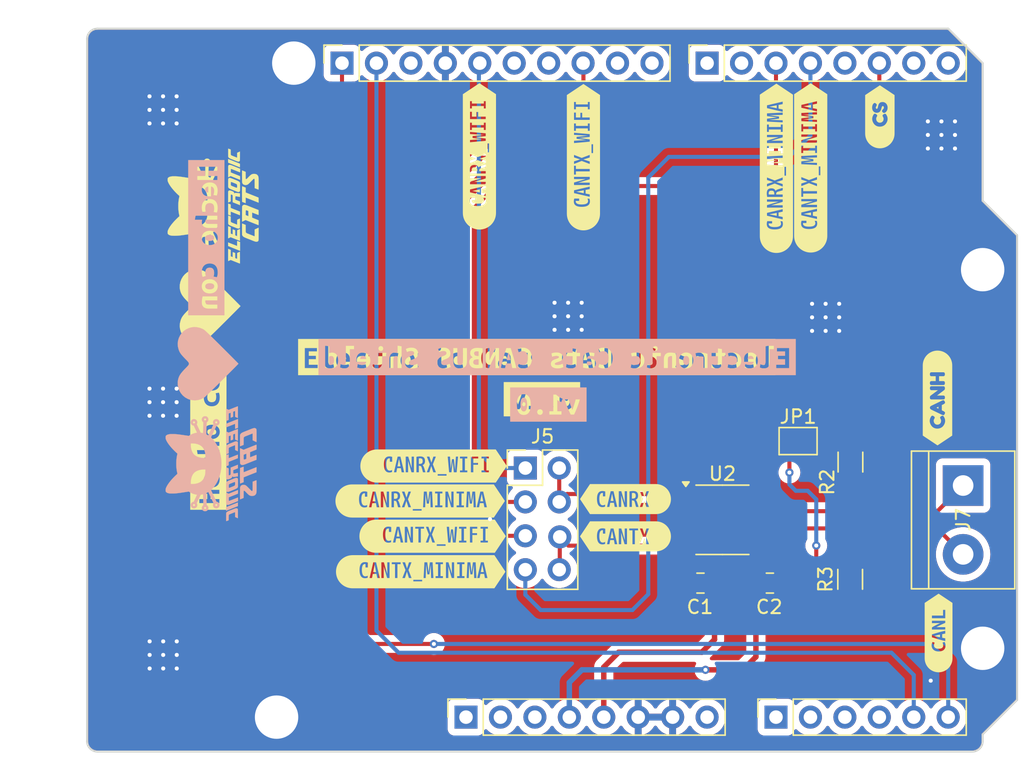
<source format=kicad_pcb>
(kicad_pcb (version 20240108) (generator "pcbnew") (generator_version "8.0")
  (title_block (date "mar. 31 mars 2015"))
  (layers (0 "F.Cu" signal) (31 "B.Cu" signal) (34 "B.Paste" user) (35 "F.Paste" user) (36 "B.SilkS" user "B.Silkscreen") (37 "F.SilkS" user "F.Silkscreen") (38 "B.Mask" user) (39 "F.Mask" user) (44 "Edge.Cuts" user))
  (net 0 "")
  (net 1 "GND")
  (net 3 "+5V")
  (net 4 "/IOREF")
  (net 5 "/A0")
  (net 6 "/A1")
  (net 7 "/A2")
  (net 8 "/A3")
  (net 9 "/SDA{slash}A4")
  (net 10 "/SCL{slash}A5")
  (net 11 "/CRX0_WIFI")
  (net 12 "/12")
  (net 13 "/AREF")
  (net 14 "/8")
  (net 15 "/7")
  (net 16 "/*11")
  (net 17 "/CTX0_WIFI")
  (net 18 "/*9")
  (net 19 "/CTX0_MINIMA")
  (net 20 "/2")
  (net 21 "/*6")
  (net 22 "/CRX0_MINIMA")
  (net 23 "/TX{slash}1")
  (net 24 "/*3")
  (net 25 "/RX{slash}0")
  (net 26 "+3V3")
  (net 27 "VCC")
  (net 28 "/~{RESET}")
  (net 29 "Net-(J5-Pin_5)")
  (net 30 "Net-(J7-Pin_1)")
  (net 31 "Net-(J7-Pin_2)")
  (net 32 "Net-(JP1-A)")
  (net 33 "Net-(JP1-B)")
  (net 34 "Net-(J5-Pin_7)")
  (footprint "Connector_PinSocket_2.54mm:PinSocket_1x08_P2.54mm_Vertical" (layer "F.Cu") (at 127.94 97.46 90)
    (property "Reference" "J1" (hide yes))
    (property "Value" "Power")
    (pad "1" thru_hole rect (at 0 0 90) (size 1.7 1.7) (drill 1) (layers "*.Cu" "*.Mask"))
    (pad "2" thru_hole oval (at 0 2.54 90) (size 1.7 1.7) (drill 1) (layers "*.Cu" "*.Mask") (net 4 "/IOREF"))
    (pad "3" thru_hole oval (at 0 5.08 90) (size 1.7 1.7) (drill 1) (layers "*.Cu" "*.Mask") (net 28 "/~{RESET}"))
    (pad "4" thru_hole oval (at 0 7.62 90) (size 1.7 1.7) (drill 1) (layers "*.Cu" "*.Mask") (net 26 "+3V3"))
    (pad "5" thru_hole oval (at 0 10.16 90) (size 1.7 1.7) (drill 1) (layers "*.Cu" "*.Mask") (net 3 "+5V"))
    (pad "6" thru_hole oval (at 0 12.7 90) (size 1.7 1.7) (drill 1) (layers "*.Cu" "*.Mask") (net 1 "GND"))
    (pad "7" thru_hole oval (at 0 15.24 90) (size 1.7 1.7) (drill 1) (layers "*.Cu" "*.Mask") (net 1 "GND"))
    (pad "8" thru_hole oval (at 0 17.78 90) (size 1.7 1.7) (drill 1) (layers "*.Cu" "*.Mask") (net 27 "VCC"))
  )
  (footprint "Connector_PinSocket_2.54mm:PinSocket_1x06_P2.54mm_Vertical" (layer "F.Cu") (at 150.8 97.46 90)
    (property "Reference" "J3" (hide yes))
    (property "Value" "Analog")
    (pad "1" thru_hole rect (at 0 0 90) (size 1.7 1.7) (drill 1) (layers "*.Cu" "*.Mask") (net 5 "/A0"))
    (pad "2" thru_hole oval (at 0 2.54 90) (size 1.7 1.7) (drill 1) (layers "*.Cu" "*.Mask") (net 6 "/A1"))
    (pad "3" thru_hole oval (at 0 5.08 90) (size 1.7 1.7) (drill 1) (layers "*.Cu" "*.Mask") (net 7 "/A2"))
    (pad "4" thru_hole oval (at 0 7.62 90) (size 1.7 1.7) (drill 1) (layers "*.Cu" "*.Mask") (net 8 "/A3"))
    (pad "5" thru_hole oval (at 0 10.16 90) (size 1.7 1.7) (drill 1) (layers "*.Cu" "*.Mask") (net 9 "/SDA{slash}A4"))
    (pad "6" thru_hole oval (at 0 12.7 90) (size 1.7 1.7) (drill 1) (layers "*.Cu" "*.Mask") (net 10 "/SCL{slash}A5"))
  )
  (footprint "Connector_PinSocket_2.54mm:PinSocket_1x10_P2.54mm_Vertical" (layer "F.Cu") (at 118.796 49.2 90)
    (property "Reference" "J2" (hide yes))
    (property "Value" "Digital/PWM")
    (pad "1" thru_hole rect (at 0 0 90) (size 1.7 1.7) (drill 1) (layers "*.Cu" "*.Mask") (net 10 "/SCL{slash}A5"))
    (pad "2" thru_hole oval (at 0 2.54 90) (size 1.7 1.7) (drill 1) (layers "*.Cu" "*.Mask") (net 9 "/SDA{slash}A4"))
    (pad "3" thru_hole oval (at 0 5.08 90) (size 1.7 1.7) (drill 1) (layers "*.Cu" "*.Mask") (net 13 "/AREF"))
    (pad "4" thru_hole oval (at 0 7.62 90) (size 1.7 1.7) (drill 1) (layers "*.Cu" "*.Mask") (net 1 "GND"))
    (pad "5" thru_hole oval (at 0 10.16 90) (size 1.7 1.7) (drill 1) (layers "*.Cu" "*.Mask") (net 11 "/CRX0_WIFI"))
    (pad "6" thru_hole oval (at 0 12.7 90) (size 1.7 1.7) (drill 1) (layers "*.Cu" "*.Mask") (net 12 "/12"))
    (pad "7" thru_hole oval (at 0 15.24 90) (size 1.7 1.7) (drill 1) (layers "*.Cu" "*.Mask") (net 16 "/*11"))
    (pad "8" thru_hole oval (at 0 17.78 90) (size 1.7 1.7) (drill 1) (layers "*.Cu" "*.Mask") (net 17 "/CTX0_WIFI"))
    (pad "9" thru_hole oval (at 0 20.32 90) (size 1.7 1.7) (drill 1) (layers "*.Cu" "*.Mask") (net 18 "/*9"))
    (pad "10" thru_hole oval (at 0 22.86 90) (size 1.7 1.7) (drill 1) (layers "*.Cu" "*.Mask") (net 14 "/8"))
  )
  (footprint "Connector_PinSocket_2.54mm:PinSocket_1x08_P2.54mm_Vertical" (layer "F.Cu") (at 145.72 49.2 90)
    (property "Reference" "J4" (hide yes))
    (property "Value" "Digital/PWM")
    (pad "1" thru_hole rect (at 0 0 90) (size 1.7 1.7) (drill 1) (layers "*.Cu" "*.Mask") (net 15 "/7"))
    (pad "2" thru_hole oval (at 0 2.54 90) (size 1.7 1.7) (drill 1) (layers "*.Cu" "*.Mask") (net 21 "/*6"))
    (pad "3" thru_hole oval (at 0 5.08 90) (size 1.7 1.7) (drill 1) (layers "*.Cu" "*.Mask") (net 22 "/CRX0_MINIMA"))
    (pad "4" thru_hole oval (at 0 7.62 90) (size 1.7 1.7) (drill 1) (layers "*.Cu" "*.Mask") (net 19 "/CTX0_MINIMA"))
    (pad "5" thru_hole oval (at 0 10.16 90) (size 1.7 1.7) (drill 1) (layers "*.Cu" "*.Mask") (net 24 "/*3"))
    (pad "6" thru_hole oval (at 0 12.7 90) (size 1.7 1.7) (drill 1) (layers "*.Cu" "*.Mask") (net 20 "/2"))
    (pad "7" thru_hole oval (at 0 15.24 90) (size 1.7 1.7) (drill 1) (layers "*.Cu" "*.Mask") (net 23 "/TX{slash}1"))
    (pad "8" thru_hole oval (at 0 17.78 90) (size 1.7 1.7) (drill 1) (layers "*.Cu" "*.Mask") (net 25 "/RX{slash}0"))
  )
  (footprint "Connector_PinHeader_2.54mm:PinHeader_2x04_P2.54mm_Vertical" (layer "F.Cu") (at 132.315 79.08)
    (property "Reference" "J5" (at 1.27 -2.33 0) (layer "F.SilkS"))
    (property "Value" "~")
    (pad "1" thru_hole rect (at 0 0) (size 1.7 1.7) (drill 1) (layers "*.Cu" "*.Mask") (net 11 "/CRX0_WIFI"))
    (pad "2" thru_hole oval (at 0 2.5) (size 1.7 1.7) (drill 1) (layers "*.Cu" "*.Mask") (net 22 "/CRX0_MINIMA"))
    (pad "3" thru_hole oval (at 0 5) (size 1.7 1.7) (drill 1) (layers "*.Cu" "*.Mask") (net 17 "/CTX0_WIFI"))
    (pad "4" thru_hole oval (at 0 7.5) (size 1.7 1.7) (drill 1) (layers "*.Cu" "*.Mask") (net 19 "/CTX0_MINIMA"))
    (pad "5" thru_hole oval (at 2.5 7.5) (size 1.7 1.7) (drill 1) (layers "*.Cu" "*.Mask") (net 29 "Net-(J5-Pin_5)"))
    (pad "6" thru_hole oval (at 2.54 5.08) (size 1.7 1.7) (drill 1) (layers "*.Cu" "*.Mask") (net 29 "Net-(J5-Pin_5)"))
    (pad "7" thru_hole oval (at 2.5 2.5) (size 1.7 1.7) (drill 1) (layers "*.Cu" "*.Mask") (net 34 "Net-(J5-Pin_7)"))
    (pad "8" thru_hole oval (at 2.5 0) (size 1.7 1.7) (drill 1) (layers "*.Cu" "*.Mask") (net 34 "Net-(J5-Pin_7)"))
  )
  (footprint "Package_SO:SOIC-8_3.9x4.9mm_P1.27mm" (layer "F.Cu") (at 146.85 82.9)
    (property "Reference" "U2" (at 0 -3.4 0) (layer "F.SilkS"))
    (property "Value" "TCAN1051HGV")
    (pad "1" smd roundrect (at -2.475 -1.905) (size 1.95 0.6) (layers "F.Cu" "F.Paste" "F.Mask") (net 34 "Net-(J5-Pin_7)"))
    (pad "2" smd roundrect (at -2.475 -0.635) (size 1.95 0.6) (layers "F.Cu" "F.Paste" "F.Mask") (net 1 "GND"))
    (pad "3" smd roundrect (at -2.475 0.635) (size 1.95 0.6) (layers "F.Cu" "F.Paste" "F.Mask") (net 3 "+5V"))
    (pad "4" smd roundrect (at -2.475 1.905) (size 1.95 0.6) (layers "F.Cu" "F.Paste" "F.Mask") (net 29 "Net-(J5-Pin_5)"))
    (pad "5" smd roundrect (at 2.475 1.905) (size 1.95 0.6) (layers "F.Cu" "F.Paste" "F.Mask") (net 26 "+3V3"))
    (pad "6" smd roundrect (at 2.475 0.635) (size 1.95 0.6) (layers "F.Cu" "F.Paste" "F.Mask") (net 31 "Net-(J7-Pin_2)"))
    (pad "7" smd roundrect (at 2.475 -0.635) (size 1.95 0.6) (layers "F.Cu" "F.Paste" "F.Mask") (net 30 "Net-(J7-Pin_1)"))
    (pad "8" smd roundrect (at 2.475 -1.905) (size 1.95 0.6) (layers "F.Cu" "F.Paste" "F.Mask") (net 20 "/2"))
  )
  (footprint "kibuzzard-66182422" (layer "F.Cu") (at 158.46 53.16 90)
    (property "Reference" "kibuzzard-66182422" (hide yes))
    (property "Value" "G***" (hide yes))
  )
  (footprint "kibuzzard-6618271B" (layer "F.Cu") (at 125.48 84.11)
    (property "Reference" "kibuzzard-6618271B" (hide yes))
    (property "Value" "G***" (hide yes))
  )
  (footprint "Aesthetics:heart" (layer "F.Cu") (at 108.96 71.38 90)
    (property "Reference" "Ref**" (hide yes))
    (property "Value" "Val**" (hide yes))
  )
  (footprint "kibuzzard-66182154" (layer "F.Cu") (at 133.16 70.89)
    (property "Reference" "kibuzzard-66182154" (hide yes))
    (property "Value" "G***" (hide yes))
  )
  (footprint "kibuzzard-66182736" (layer "F.Cu") (at 124.56 81.51)
    (property "Reference" "kibuzzard-66182736" (hide yes))
    (property "Value" "G***" (hide yes))
  )
  (footprint "kibuzzard-661826C2" (layer "F.Cu") (at 139.7 84.12)
    (property "Reference" "kibuzzard-661826C2" (hide yes))
    (property "Value" "G***" (hide yes))
  )
  (footprint "kibuzzard-66182455" (layer "F.Cu") (at 162.79 91.25 90)
    (property "Reference" "kibuzzard-66182455" (hide yes))
    (property "Value" "G***" (hide yes))
  )
  (footprint "kibuzzard-661826AE" (layer "F.Cu") (at 139.7 81.37)
    (property "Reference" "kibuzzard-661826AE" (hide yes))
    (property "Value" "G***" (hide yes))
  )
  (footprint "Resistor_SMD:R_1206_3216Metric_Pad1.30x1.75mm_HandSolder" (layer "F.Cu") (at 156.27 87.29 90)
    (property "Reference" "R3" (at 0 -1.82 90) (layer "F.SilkS"))
    (property "Value" "60")
    (pad "1" smd roundrect (at -1.55 0 90) (size 1.3 1.75) (layers "F.Cu" "F.Paste" "F.Mask") (roundrect_rratio 0.192308) (net 32 "Net-(JP1-A)"))
    (pad "2" smd roundrect (at 1.55 0 90) (size 1.3 1.75) (layers "F.Cu" "F.Paste" "F.Mask") (roundrect_rratio 0.192308) (net 31 "Net-(J7-Pin_2)"))
  )
  (footprint "Arduino_MountingHole:MountingHole_3.2mm" (layer "F.Cu") (at 115.24 49.2)
    (property "Reference" "MH1" (hide yes))
    (property "Value" "MountingHole_3.2mm" (hide yes))
    (pad "" np_thru_hole circle (at 0 0) (size 3.2 3.2) (drill 3.2) (layers "*.Cu" "*.Mask"))
  )
  (footprint "Aesthetics:electronic_cats_logo_8x6" (layer "F.Cu") (at 109.29 59.75 90)
    (property "Reference" "G***" (hide yes))
    (property "Value" "LOGO" (hide yes))
  )
  (footprint "Jumper:SolderJumper-2_P1.3mm_Bridged_Pad1.0x1.5mm" (layer "F.Cu") (at 152.43 77.09)
    (property "Reference" "JP1" (at 0 -1.8 0) (layer "F.SilkS"))
    (property "Value" "SolderJumper_2_Bridged")
    (fp_poly (pts (xy -0.25 -0.3) (xy 0.25 -0.3) (xy 0.25 0.3) (xy -0.25 0.3)) (fill solid) (layer "F.Cu"))
    (pad "1" smd rect (at -0.65 0) (size 1 1.5) (layers "F.Cu" "F.Mask") (net 32 "Net-(JP1-A)"))
    (pad "2" smd rect (at 0.65 0) (size 1 1.5) (layers "F.Cu" "F.Mask") (net 33 "Net-(JP1-B)"))
  )
  (footprint "kibuzzard-6618216B" (layer "F.Cu") (at 133.54 74)
    (property "Reference" "kibuzzard-6618216B" (hide yes))
    (property "Value" "G***" (hide yes))
  )
  (footprint "kibuzzard-66182980" (layer "F.Cu") (at 128.93 56.08 90)
    (property "Reference" "kibuzzard-66182980" (hide yes))
    (property "Value" "G***" (hide yes))
  )
  (footprint "Capacitor_SMD:C_0805_2012Metric_Pad1.18x1.45mm_HandSolder" (layer "F.Cu") (at 145.23 87.57)
    (property "Reference" "C1" (at -0.04 1.76 0) (layer "F.SilkS"))
    (property "Value" "0.1u")
    (pad "1" smd roundrect (at -1.0375 0) (size 1.175 1.45) (layers "F.Cu" "F.Paste" "F.Mask") (roundrect_rratio 0.212766) (net 1 "GND"))
    (pad "2" smd roundrect (at 1.0375 0) (size 1.175 1.45) (layers "F.Cu" "F.Paste" "F.Mask") (roundrect_rratio 0.212766) (net 3 "+5V"))
  )
  (footprint "kibuzzard-661820F9" (layer "F.Cu") (at 108.94 76.43 90)
    (property "Reference" "kibuzzard-661820F9" (hide yes))
    (property "Value" "G***" (hide yes))
  )
  (footprint "Resistor_SMD:R_1206_3216Metric_Pad1.30x1.75mm_HandSolder" (layer "F.Cu") (at 156.29 78.64 90)
    (property "Reference" "R2" (at -1.48 -1.71 90) (layer "F.SilkS"))
    (property "Value" "60")
    (pad "1" smd roundrect (at -1.55 0 90) (size 1.3 1.75) (layers "F.Cu" "F.Paste" "F.Mask") (roundrect_rratio 0.192308) (net 30 "Net-(J7-Pin_1)"))
    (pad "2" smd roundrect (at 1.55 0 90) (size 1.3 1.75) (layers "F.Cu" "F.Paste" "F.Mask") (roundrect_rratio 0.192308) (net 33 "Net-(JP1-B)"))
  )
  (footprint "Capacitor_SMD:C_0805_2012Metric_Pad1.18x1.45mm_HandSolder" (layer "F.Cu") (at 150.35 87.57)
    (property "Reference" "C2" (at -0.05 1.76 0) (layer "F.SilkS"))
    (property "Value" "0.1u")
    (pad "1" smd roundrect (at -1.0375 0) (size 1.175 1.45) (layers "F.Cu" "F.Paste" "F.Mask") (roundrect_rratio 0.212766) (net 26 "+3V3"))
    (pad "2" smd roundrect (at 1.0375 0) (size 1.175 1.45) (layers "F.Cu" "F.Paste" "F.Mask") (roundrect_rratio 0.212766) (net 1 "GND"))
  )
  (footprint "kibuzzard-66182706" (layer "F.Cu") (at 125.55 78.93)
    (property "Reference" "kibuzzard-66182706" (hide yes))
    (property "Value" "G***" (hide yes))
  )
  (footprint "kibuzzard-6618247C" (layer "F.Cu") (at 162.71 73.91 90)
    (property "Reference" "kibuzzard-6618247C" (hide yes))
    (property "Value" "G***" (hide yes))
  )
  (footprint "Arduino_MountingHole:MountingHole_3.2mm" (layer "F.Cu") (at 113.97 97.46)
    (property "Reference" "MH2" (hide yes))
    (property "Value" "MountingHole_3.2mm" (hide yes))
    (pad "" np_thru_hole circle (at 0 0) (size 3.2 3.2) (drill 3.2) (layers "*.Cu" "*.Mask"))
  )
  (footprint "Arduino_MountingHole:MountingHole_3.2mm" (layer "F.Cu") (at 166.04 64.44)
    (property "Reference" "MH3" (hide yes))
    (property "Value" "MountingHole_3.2mm" (hide yes))
    (pad "" np_thru_hole circle (at 0 0) (size 3.2 3.2) (drill 3.2) (layers "*.Cu" "*.Mask"))
  )
  (footprint "kibuzzard-661829B1" (layer "F.Cu") (at 150.83 56.96 90)
    (property "Reference" "kibuzzard-661829B1" (hide yes))
    (property "Value" "G***" (hide yes))
  )
  (footprint "Arduino_MountingHole:MountingHole_3.2mm" (layer "F.Cu") (at 166.04 92.38)
    (property "Reference" "MH4" (hide yes))
    (property "Value" "MountingHole_3.2mm" (hide yes))
    (pad "" np_thru_hole circle (at 0 0) (size 3.2 3.2) (drill 3.2) (layers "*.Cu" "*.Mask"))
  )
  (footprint "TerminalBlock:TerminalBlock_bornier-2_P5.08mm" (layer "F.Cu") (at 164.6 80.37 -90)
    (property "Reference" "J7" (at 2.52 -0.01 90) (layer "F.SilkS"))
    (property "Value" "Screw_Terminal_01x02")
    (pad "1" thru_hole rect (at 0 0 270) (size 3 3) (drill 1.52) (layers "*.Cu" "*.Mask") (net 30 "Net-(J7-Pin_1)"))
    (pad "2" thru_hole circle (at 5.08 0 270) (size 3 3) (drill 1.52) (layers "*.Cu" "*.Mask") (net 31 "Net-(J7-Pin_2)"))
  )
  (footprint "kibuzzard-66182965" (layer "F.Cu") (at 136.6 56.14 90)
    (property "Reference" "kibuzzard-66182965" (hide yes))
    (property "Value" "G***" (hide yes))
  )
  (footprint "kibuzzard-661829C4" (layer "F.Cu") (at 153.36 56.93 90)
    (property "Reference" "kibuzzard-661829C4" (hide yes))
    (property "Value" "G***" (hide yes))
  )
  (footprint "kibuzzard-6618272A" (layer "F.Cu") (at 124.6 86.73)
    (property "Reference" "kibuzzard-6618272A" (hide yes))
    (property "Value" "G***" (hide yes))
  )
  (footprint "kibuzzard-661820F9" (layer "B.Cu") (at 108.79 62.08 -90)
    (property "Reference" "kibuzzard-661820F9" (hide yes))
    (property "Value" "G***" (hide yes))
  )
  (footprint "Aesthetics:heart" (layer "B.Cu") (at 109.11 67.13 -90)
    (property "Reference" "Ref**" (hide yes))
    (property "Value" "Val**" (hide yes))
  )
  (footprint "kibuzzard-6618216B" (layer "B.Cu") (at 134.013869 74.395287 180)
    (property "Reference" "kibuzzard-6618216B" (hide yes))
    (property "Value" "G***" (hide yes))
  )
  (footprint "kibuzzard-66182154" (layer "B.Cu") (at 134.66 70.89 180)
    (property "Reference" "kibuzzard-66182154" (hide yes))
    (property "Value" "G***" (hide yes))
  )
  (footprint "Aesthetics:electronic_cats_logo_8x6" (layer "B.Cu") (at 109.14 78.76 -90)
    (property "Reference" "G***" (hide yes))
    (property "Value" "LOGO" (hide yes))
  )
  (gr_line (start 166.04 59.36) (end 168.58 61.9) (stroke (width 0.15)) (layer "Edge.Cuts"))
  (gr_line (start 100 99.238) (end 100 47.422) (stroke (width 0.15)) (layer "Edge.Cuts"))
  (gr_line (start 168.58 61.9) (end 168.58 96.19) (stroke (width 0.15)) (layer "Edge.Cuts"))
  (gr_line (start 165.278 100) (end 100.762 100) (stroke (width 0.15)) (layer "Edge.Cuts"))
  (gr_line (start 100.762 46.66) (end 163.5 46.66) (stroke (width 0.15)) (layer "Edge.Cuts"))
  (gr_arc (start 100.762 100) (mid 100.223185 99.776815) (end 100 99.238) (stroke (width 0.15)) (layer "Edge.Cuts"))
  (gr_line (start 168.58 96.19) (end 166.04 98.73) (stroke (width 0.15)) (layer "Edge.Cuts"))
  (gr_line (start 163.5 46.66) (end 166.04 49.2) (stroke (width 0.15)) (layer "Edge.Cuts"))
  (gr_arc (start 166.04 99.238) (mid 165.816815 99.776815) (end 165.278 100) (stroke (width 0.15)) (layer "Edge.Cuts"))
  (gr_line (start 166.04 49.2) (end 166.04 59.36) (stroke (width 0.15)) (layer "Edge.Cuts"))
  (gr_line (start 166.04 98.73) (end 166.04 99.238) (stroke (width 0.15)) (layer "Edge.Cuts"))
  (gr_arc (start 100 47.422) (mid 100.223185 46.883185) (end 100.762 46.66) (stroke (width 0.15)) (layer "Edge.Cuts"))
  (via (at 104.61 93.87) (size 0.6) (drill 0.3) (layers "F.Cu" "B.Cu") (net 1))
  (via (at 153.46 66.96) (size 0.6) (drill 0.3) (layers "F.Cu" "B.Cu") (net 1))
  (via (at 162 55.5) (size 0.6) (drill 0.3) (layers "F.Cu" "B.Cu") (net 1))
  (via (at 155.46 67.96) (size 0.6) (drill 0.3) (layers "F.Cu" "B.Cu") (net 1))
  (via (at 106.6 75.22) (size 0.6) (drill 0.3) (layers "F.Cu" "B.Cu") (net 1))
  (via (at 106.61 92.87) (size 0.6) (drill 0.3) (layers "F.Cu" "B.Cu") (net 1))
  (via (at 105.61 93.87) (size 0.6) (drill 0.3) (layers "F.Cu" "B.Cu") (net 1))
  (via (at 164 53.5) (size 0.6) (drill 0.3) (layers "F.Cu" "B.Cu") (net 1))
  (via (at 163 54.5) (size 0.6) (drill 0.3) (layers "F.Cu" "B.Cu") (net 1))
  (via (at 134.47 68.88) (size 0.6) (drill 0.3) (layers "F.Cu" "B.Cu") (net 1))
  (via (at 106.6 73.22) (size 0.6) (drill 0.3) (layers "F.Cu" "B.Cu") (net 1))
  (via (at 129.71 82.85) (size 0.6) (drill 0.3) (layers "F.Cu" "B.Cu") (net 1))
  (via (at 154.46 66.96) (size 0.6) (drill 0.3) (layers "F.Cu" "B.Cu") (net 1))
  (via (at 162 54.5) (size 0.6) (drill 0.3) (layers "F.Cu" "B.Cu") (net 1))
  (via (at 105.6 75.22) (size 0.6) (drill 0.3) (layers "F.Cu" "B.Cu") (net 1))
  (via (at 104.6 53.65) (size 0.6) (drill 0.3) (layers "F.Cu" "B.Cu") (net 1))
  (via (at 136.47 66.88) (size 0.6) (drill 0.3) (layers "F.Cu" "B.Cu") (net 1))
  (via (at 104.61 92.87) (size 0.6) (drill 0.3) (layers "F.Cu" "B.Cu") (net 1))
  (via (at 164 54.5) (size 0.6) (drill 0.3) (layers "F.Cu" "B.Cu") (net 1))
  (via (at 162 53.5) (size 0.6) (drill 0.3) (layers "F.Cu" "B.Cu") (net 1))
  (via (at 153.46 68.96) (size 0.6) (drill 0.3) (layers "F.Cu" "B.Cu") (net 1))
  (via (at 105.6 51.65) (size 0.6) (drill 0.3) (layers "F.Cu" "B.Cu") (net 1))
  (via (at 154.46 68.96) (size 0.6) (drill 0.3) (layers "F.Cu" "B.Cu") (net 1))
  (via (at 104.6 51.65) (size 0.6) (drill 0.3) (layers "F.Cu" "B.Cu") (net 1))
  (via (at 163 55.5) (size 0.6) (drill 0.3) (layers "F.Cu" "B.Cu") (net 1))
  (via (at 105.6 74.22) (size 0.6) (drill 0.3) (layers "F.Cu" "B.Cu") (net 1))
  (via (at 134.47 67.88) (size 0.6) (drill 0.3) (layers "F.Cu" "B.Cu") (net 1))
  (via (at 136.47 67.88) (size 0.6) (drill 0.3) (layers "F.Cu" "B.Cu") (net 1))
  (via (at 105.6 53.65) (size 0.6) (drill 0.3) (layers "F.Cu" "B.Cu") (net 1))
  (via (at 106.6 53.65) (size 0.6) (drill 0.3) (layers "F.Cu" "B.Cu") (net 1))
  (via (at 104.6 73.22) (size 0.6) (drill 0.3) (layers "F.Cu" "B.Cu") (net 1))
  (via (at 106.61 93.87) (size 0.6) (drill 0.3) (layers "F.Cu" "B.Cu") (net 1))
  (via (at 106.6 74.22) (size 0.6) (drill 0.3) (layers "F.Cu" "B.Cu") (net 1))
  (via (at 135.47 66.88) (size 0.6) (drill 0.3) (layers "F.Cu" "B.Cu") (net 1))
  (via (at 154.46 67.96) (size 0.6) (drill 0.3) (layers "F.Cu" "B.Cu") (net 1))
  (via (at 153.46 67.96) (size 0.6) (drill 0.3) (layers "F.Cu" "B.Cu") (net 1))
  (via (at 134.47 66.88) (size 0.6) (drill 0.3) (layers "F.Cu" "B.Cu") (net 1))
  (via (at 105.61 92.87) (size 0.6) (drill 0.3) (layers "F.Cu" "B.Cu") (net 1))
  (via (at 104.6 75.22) (size 0.6) (drill 0.3) (layers "F.Cu" "B.Cu") (net 1))
  (via (at 135.47 68.88) (size 0.6) (drill 0.3) (layers "F.Cu" "B.Cu") (net 1))
  (via (at 136.47 68.88) (size 0.6) (drill 0.3) (layers "F.Cu" "B.Cu") (net 1))
  (via (at 155.46 68.96) (size 0.6) (drill 0.3) (layers "F.Cu" "B.Cu") (net 1))
  (via (at 106.61 91.87) (size 0.6) (drill 0.3) (layers "F.Cu" "B.Cu") (net 1))
  (via (at 135.47 67.88) (size 0.6) (drill 0.3) (layers "F.Cu" "B.Cu") (net 1))
  (via (at 162.21 94.77) (size 0.6) (drill 0.3) (layers "F.Cu" "B.Cu") (net 1))
  (via (at 104.6 52.65) (size 0.6) (drill 0.3) (layers "F.Cu" "B.Cu") (net 1))
  (via (at 106.6 51.65) (size 0.6) (drill 0.3) (layers "F.Cu" "B.Cu") (net 1))
  (via (at 163 53.5) (size 0.6) (drill 0.3) (layers "F.Cu" "B.Cu") (net 1))
  (via (at 105.6 52.65) (size 0.6) (drill 0.3) (layers "F.Cu" "B.Cu") (net 1))
  (via (at 104.61 91.87) (size 0.6) (drill 0.3) (layers "F.Cu" "B.Cu") (net 1))
  (via (at 104.6 74.22) (size 0.6) (drill 0.3) (layers "F.Cu" "B.Cu") (net 1))
  (via (at 164 55.5) (size 0.6) (drill 0.3) (layers "F.Cu" "B.Cu") (net 1))
  (via (at 106.6 52.65) (size 0.6) (drill 0.3) (layers "F.Cu" "B.Cu") (net 1))
  (via (at 155.46 66.96) (size 0.6) (drill 0.3) (layers "F.Cu" "B.Cu") (net 1))
  (via (at 105.6 73.22) (size 0.6) (drill 0.3) (layers "F.Cu" "B.Cu") (net 1))
  (via (at 105.61 91.87) (size 0.6) (drill 0.3) (layers "F.Cu" "B.Cu") (net 1))
  (segment (start 146.2675 87.57) (end 146.2675 91.7325) (width 0.4) (layer "F.Cu") (net 3))
  (segment (start 145.585 83.535) (end 144.375 83.535) (width 0.4) (layer "F.Cu") (net 3))
  (segment (start 146.2675 91.7325) (end 145.33 92.67) (width 0.4) (layer "F.Cu") (net 3))
  (segment (start 139.2 92.67) (end 138.1 93.77) (width 0.4) (layer "F.Cu") (net 3))
  (segment (start 146.2675 87.57) (end 146.2675 84.2175) (width 0.4) (layer "F.Cu") (net 3))
  (segment (start 145.33 92.67) (end 139.2 92.67) (width 0.4) (layer "F.Cu") (net 3))
  (segment (start 146.2675 84.2175) (end 145.585 83.535) (width 0.4) (layer "F.Cu") (net 3))
  (segment (start 138.1 93.77) (end 138.1 97.46) (width 0.4) (layer "F.Cu") (net 3))
  (segment (start 122.97 92.71) (end 121.336 91.076) (width 0.3) (layer "B.Cu") (net 9))
  (segment (start 121.336 91.076) (end 121.336 49.2) (width 0.3) (layer "B.Cu") (net 9))
  (segment (start 160.96 97.46) (end 160.96 94.35) (width 0.3) (layer "B.Cu") (net 9))
  (segment (start 160.96 94.35) (end 159.32 92.71) (width 0.3) (layer "B.Cu") (net 9))
  (segment (start 159.32 92.71) (end 122.97 92.71) (width 0.3) (layer "B.Cu") (net 9))
  (segment (start 125.57 92.06) (end 120.54 92.06) (width 0.3) (layer "F.Cu") (net 10))
  (segment (start 118.796 90.316) (end 118.796 49.2) (width 0.3) (layer "F.Cu") (net 10))
  (segment (start 120.54 92.06) (end 118.796 90.316) (width 0.3) (layer "F.Cu") (net 10))
  (via (at 125.57 92.06) (size 0.6) (drill 0.3) (layers "F.Cu" "B.Cu") (net 10))
  (segment (start 162.17 92.06) (end 163.5 93.39) (width 0.3) (layer "B.Cu") (net 10))
  (segment (start 125.57 92.06) (end 162.17 92.06) (width 0.3) (layer "B.Cu") (net 10))
  (segment (start 163.5 93.39) (end 163.5 97.46) (width 0.3) (layer "B.Cu") (net 10))
  (segment (start 132.315 79.08) (end 130.05 79.08) (width 0.3) (layer "B.Cu") (net 11))
  (segment (start 130.05 79.08) (end 128.89 77.92) (width 0.3) (layer "B.Cu") (net 11))
  (segment (start 128.89 77.92) (end 128.89 49.266) (width 0.3) (layer "B.Cu") (net 11))
  (segment (start 128.89 49.266) (end 128.956 49.2) (width 0.3) (layer "B.Cu") (net 11))
  (segment (start 127.21 58.09) (end 129.12 56.18) (width 0.3) (layer "F.Cu") (net 17))
  (segment (start 136.6 49.224) (end 136.576 49.2) (width 0.3) (layer "F.Cu") (net 17))
  (segment (start 127.21 82.97) (end 127.21 58.09) (width 0.3) (layer "F.Cu") (net 17))
  (segment (start 136.6 55.1) (end 136.6 49.224) (width 0.3) (layer "F.Cu") (net 17))
  (segment (start 129.12 56.18) (end 135.52 56.18) (width 0.3) (layer "F.Cu") (net 17))
  (segment (start 132.315 84.08) (end 128.32 84.08) (width 0.3) (layer "F.Cu") (net 17))
  (segment (start 128.32 84.08) (end 127.21 82.97) (width 0.3) (layer "F.Cu") (net 17))
  (segment (start 135.52 56.18) (end 136.6 55.1) (width 0.3) (layer "F.Cu") (net 17))
  (segment (start 153.34 49.22) (end 153.34 49.2) (width 0.25) (layer "F.Cu") (net 19))
  (segment (start 132.315 88.425) (end 133.45 89.56) (width 0.3) (layer "B.Cu") (net 19))
  (segment (start 133.45 89.56) (end 140.21 89.56) (width 0.3) (layer "B.Cu") (net 19))
  (segment (start 142.9 56.12) (end 151.76 56.12) (width 0.3) (layer "B.Cu") (net 19))
  (segment (start 140.21 89.56) (end 141.38 88.39) (width 0.3) (layer "B.Cu") (net 19))
  (segment (start 153.34 54.54) (end 153.34 49.2) (width 0.3) (layer "B.Cu") (net 19))
  (segment (start 141.38 88.39) (end 141.38 57.64) (width 0.3) (layer "B.Cu") (net 19))
  (segment (start 132.315 86.58) (end 132.315 88.425) (width 0.3) (layer "B.Cu") (net 19))
  (segment (start 141.38 57.64) (end 142.9 56.12) (width 0.3) (layer "B.Cu") (net 19))
  (segment (start 151.76 56.12) (end 153.34 54.54) (width 0.3) (layer "B.Cu") (net 19))
  (segment (start 150.87 62.64) (end 156.73 62.64) (width 0.3) (layer "F.Cu") (net 20))
  (segment (start 158.42 60.95) (end 158.42 49.2) (width 0.3) (layer "F.Cu") (net 20))
  (segment (start 156.73 62.64) (end 158.42 60.95) (width 0.3) (layer "F.Cu") (net 20))
  (segment (start 149.325 80.995) (end 149.325 64.185) (width 0.3) (layer "F.Cu") (net 20))
  (segment (start 149.325 64.185) (end 150.87 62.64) (width 0.3) (layer "F.Cu") (net 20))
  (segment (start 127.71 60.71) (end 130.15 58.27) (width 0.3) (layer "F.Cu") (net 22))
  (segment (start 128.9 81.58) (end 127.71 80.39) (width 0.3) (layer "F.Cu") (net 22))
  (segment (start 150.8 56.87) (end 150.8 49.2) (width 0.3) (layer "F.Cu") (net 22))
  (segment (start 130.15 58.27) (end 149.4 58.27) (width 0.3) (layer "F.Cu") (net 22))
  (segment (start 149.4 58.27) (end 150.8 56.87) (width 0.3) (layer "F.Cu") (net 22))
  (segment (start 127.71 80.39) (end 127.71 60.71) (width 0.3) (layer "F.Cu") (net 22))
  (segment (start 132.315 81.58) (end 128.9 81.58) (width 0.3) (layer "F.Cu") (net 22))
  (segment (start 149.325 84.805) (end 149.325 87.5575) (width 0.4) (layer "F.Cu") (net 26))
  (segment (start 149.32 93.01) (end 149.32 87.5775) (width 0.4) (layer "F.Cu") (net 26))
  (segment (start 148.36 93.97) (end 149.32 93.01) (width 0.4) (layer "F.Cu") (net 26))
  (segment (start 145.6 93.97) (end 148.36 93.97) (width 0.4) (layer "F.Cu") (net 26))
  (segment (start 149.32 87.5775) (end 149.3125 87.57) (width 0.4) (layer "F.Cu") (net 26))
  (segment (start 149.325 87.5575) (end 149.3125 87.57) (width 0.4) (layer "F.Cu") (net 26))
  (via (at 145.6 93.97) (size 0.6) (drill 0.3) (layers "F.Cu" "B.Cu") (net 26))
  (segment (start 145.6 93.97) (end 136.49 93.97) (width 0.4) (layer "B.Cu") (net 26))
  (segment (start 136.49 93.97) (end 135.56 94.9) (width 0.4) (layer "B.Cu") (net 26))
  (segment (start 135.56 94.9) (end 135.56 97.46) (width 0.4) (layer "B.Cu") (net 26))
  (segment (start 134.855 84.16) (end 134.855 86.54) (width 0.3) (layer "F.Cu") (net 29))
  (segment (start 135.5 84.805) (end 134.855 84.16) (width 0.3) (layer "F.Cu") (net 29))
  (segment (start 134.855 86.54) (end 134.815 86.58) (width 0.3) (layer "F.Cu") (net 29))
  (segment (start 144.375 84.805) (end 135.5 84.805) (width 0.3) (layer "F.Cu") (net 29))
  (segment (start 156.29 82.145) (end 156.41 82.265) (width 0.3) (layer "F.Cu") (net 30))
  (segment (start 156.29 80.19) (end 156.29 81.64) (width 0.3) (layer "F.Cu") (net 30))
  (segment (start 156.41 82.265) (end 156.85 82.265) (width 0.3) (layer "F.Cu") (net 30))
  (segment (start 156.85 82.265) (end 162.705 82.265) (width 0.3) (layer "F.Cu") (net 30))
  (segment (start 156.29 81.64) (end 156.29 82.145) (width 0.3) (layer "F.Cu") (net 30))
  (segment (start 156.29 81.64) (end 156.29 81.815) (width 0.3) (layer "F.Cu") (net 30))
  (segment (start 156.29 81.815) (end 156.74 82.265) (width 0.3) (layer "F.Cu") (net 30))
  (segment (start 156.74 82.265) (end 156.85 82.265) (width 0.3) (layer "F.Cu") (net 30))
  (segment (start 155.84 82.265) (end 156.41 82.265) (width 0.3) (layer "F.Cu") (net 30))
  (segment (start 162.705 82.265) (end 164.6 80.37) (width 0.3) (layer "F.Cu") (net 30))
  (segment (start 149.325 82.265) (end 155.84 82.265) (width 0.3) (layer "F.Cu") (net 30))
  (segment (start 156.29 81.815) (end 155.84 82.265) (width 0.3) (layer "F.Cu") (net 30))
  (segment (start 155.825 83.535) (end 156.27 83.98) (width 0.3) (layer "F.Cu") (net 31))
  (segment (start 164.6 85.45) (end 162.685 83.535) (width 0.3) (layer "F.Cu") (net 31))
  (segment (start 155.76 83.535) (end 155.825 83.535) (width 0.3) (layer "F.Cu") (net 31))
  (segment (start 156.27 85.74) (end 156.27 83.98) (width 0.3) (layer "F.Cu") (net 31))
  (segment (start 156.27 83.98) (end 156.275 83.98) (width 0.3) (layer "F.Cu") (net 31))
  (segment (start 155.76 83.535) (end 149.325 83.535) (width 0.3) (layer "F.Cu") (net 31))
  (segment (start 162.685 83.535) (end 156.72 83.535) (width 0.3) (layer "F.Cu") (net 31))
  (segment (start 156.25 83.535) (end 155.76 83.535) (width 0.3) (layer "F.Cu") (net 31))
  (segment (start 156.275 83.98) (end 156.72 83.535) (width 0.3) (layer "F.Cu") (net 31))
  (segment (start 156.72 83.535) (end 156.25 83.535) (width 0.3) (layer "F.Cu") (net 31))
  (segment (start 156.27 83.98) (end 156.27 83.555) (width 0.3) (layer "F.Cu") (net 31))
  (segment (start 156.27 83.555) (end 156.25 83.535) (width 0.3) (layer "F.Cu") (net 31))
  (segment (start 151.79 77.1) (end 151.78 77.09) (width 0.3) (layer "F.Cu") (net 32))
  (segment (start 156.27 88.84) (end 154.39 88.84) (width 0.3) (layer "F.Cu") (net 32))
  (segment (start 151.79 79.41) (end 151.79 77.1) (width 0.3) (layer "F.Cu") (net 32))
  (segment (start 153.77 88.22) (end 153.77 84.8) (width 0.3) (layer "F.Cu") (net 32))
  (segment (start 154.39 88.84) (end 153.77 88.22) (width 0.3) (layer "F.Cu") (net 32))
  (via (at 153.77 84.8) (size 0.6) (drill 0.3) (layers "F.Cu" "B.Cu") (net 32))
  (via (at 151.79 79.41) (size 0.6) (drill 0.3) (layers "F.Cu" "B.Cu") (net 32))
  (segment (start 152.26 80.76) (end 153.14 80.76) (width 0.3) (layer "B.Cu") (net 32))
  (segment (start 153.14 80.76) (end 153.77 81.39) (width 0.3) (layer "B.Cu") (net 32))
  (segment (start 151.79 79.41) (end 151.79 80.29) (width 0.3) (layer "B.Cu") (net 32))
  (segment (start 151.79 80.29) (end 152.26 80.76) (width 0.3) (layer "B.Cu") (net 32))
  (segment (start 153.77 81.39) (end 153.77 84.8) (width 0.3) (layer "B.Cu") (net 32))
  (segment (start 156.29 77.09) (end 153.08 77.09) (width 0.3) (layer "F.Cu") (net 33))
  (segment (start 135.4 80.995) (end 134.815 81.58) (width 0.3) (layer "F.Cu") (net 34))
  (segment (start 134.815 79.08) (end 134.815 81.58) (width 0.3) (layer "F.Cu") (net 34))
  (segment (start 144.375 80.995) (end 135.4 80.995) (width 0.3) (layer "F.Cu") (net 34))
  (zone (net 1) (net_name "GND") (layers "F&B.Cu") (connect_pads (clearance 0.508)) (min_thickness 0.25) (fill yes (thermal_gap 0.5) (thermal_bridge_width 0.5))
    (polygon (pts (xy 99.96 46.62) (xy 169.09 46.61) (xy 168.95 99.95) (xy 99.98 99.99)))
  )
)
</source>
